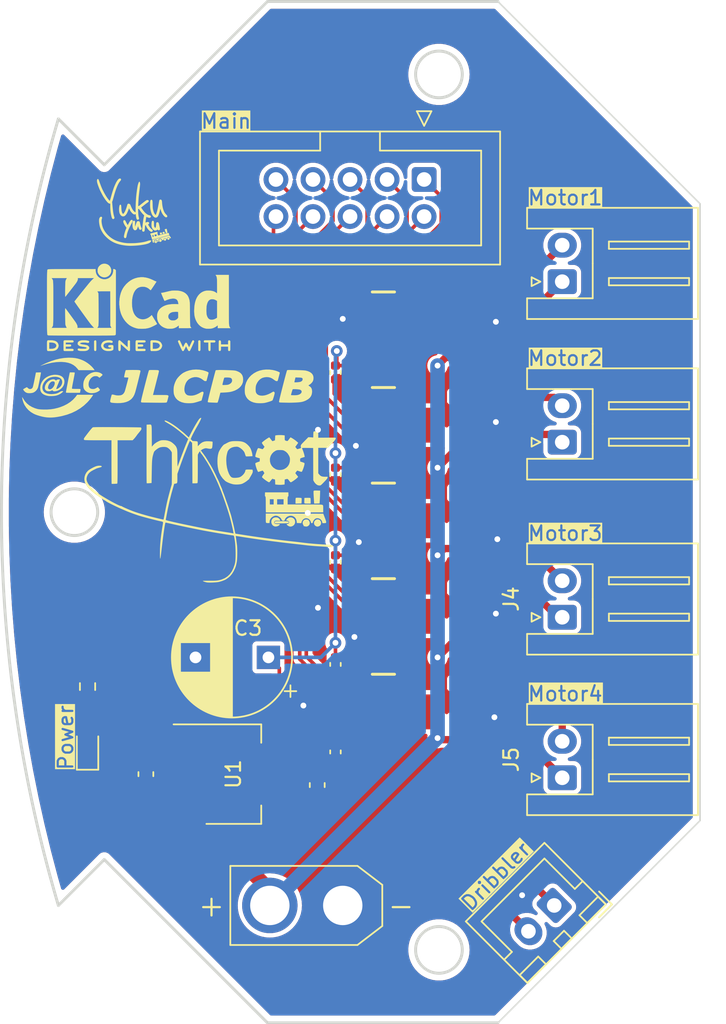
<source format=kicad_pcb>
(kicad_pcb (version 20240108) (generator "pcbnew") (generator_version "8.0")
  (layers (0 "F.Cu" signal) (31 "B.Cu" signal) (34 "B.Paste" user) (35 "F.Paste" user) (36 "B.SilkS" user "B.Silkscreen") (37 "F.SilkS" user "F.Silkscreen") (38 "B.Mask" user) (39 "F.Mask" user) (44 "Edge.Cuts" user))
  (net 0 "")
  (net 1 "GND")
  (net 2 "PWM1_1")
  (net 3 "PWM1_2")
  (net 4 "+3.3V")
  (net 5 "VCC")
  (net 6 "OUT1_1")
  (net 7 "OUT1_2")
  (net 9 "PWM2_1")
  (net 10 "PWM2_2")
  (net 11 "OUT2_1")
  (net 12 "OUT2_2")
  (net 14 "PWM3_1")
  (net 15 "PWM3_2")
  (net 16 "OUT3_1")
  (net 17 "OUT3_2")
  (net 19 "PWM4_1")
  (net 20 "PWM4_2")
  (net 21 "OUT4_1")
  (net 22 "OUT4_2")
  (net 24 "PWM5_1")
  (net 25 "PWM5_2")
  (net 26 "OUT5_1")
  (net 27 "OUT5_2")
  (net 29 "Net-(D1-A)")
  (footprint "Connector_AMASS:AMASS_XT30U-M_1x02_P5.0mm_Vertical" (layer "F.Cu") (at 155.5 127 180)
    (property "Reference" "J1" (hide yes))
    (property "Value" "PWR_IN")
    (fp_text user "-" (at -4 0 0) (layer "F.SilkS") (effects (font (size 1.5 1.5))))
    (fp_text user "+" (at 9 0 0) (layer "F.SilkS") (effects (font (size 1.5 1.5))))
    (pad "1" thru_hole rect (at 0 0 180) (size 3.8 3.8) (drill 2.7) (layers "*.Cu" "*.Mask") (net 1 "GND"))
    (pad "2" thru_hole circle (at 5 0 180) (size 3.8 3.8) (drill 2.7) (layers "*.Cu" "*.Mask") (net 5 "VCC"))
  )
  (footprint "Logo:Yukuyuku" (layer "F.Cu") (at 141 79)
    (property "Reference" "G***" (hide yes))
    (property "Value" "LOGO" (hide yes))
  )
  (footprint "SamacSys_Parts:SOIC127P600X175-9N" (layer "F.Cu") (at 161 107.185)
    (property "Reference" "IC4" (hide yes))
    (property "Value" "TB67H450FNG,EL" (hide yes))
    (pad "1" smd rect (at -2.712 -1.905 90) (size 0.65 1.525) (layers "F.Cu" "F.Paste" "F.Mask") (net 1 "GND"))
    (pad "2" smd rect (at -2.712 -0.635 90) (size 0.65 1.525) (layers "F.Cu" "F.Paste" "F.Mask") (net 19 "PWM4_1"))
    (pad "3" smd rect (at -2.712 0.635 90) (size 0.65 1.525) (layers "F.Cu" "F.Paste" "F.Mask") (net 20 "PWM4_2"))
    (pad "4" smd rect (at -2.712 1.905 90) (size 0.65 1.525) (layers "F.Cu" "F.Paste" "F.Mask") (net 4 "+3.3V"))
    (pad "5" smd rect (at 2.712 1.905 90) (size 0.65 1.525) (layers "F.Cu" "F.Paste" "F.Mask") (net 5 "VCC"))
    (pad "6" smd rect (at 2.712 0.635 90) (size 0.65 1.525) (layers "F.Cu" "F.Paste" "F.Mask") (net 21 "OUT4_1"))
    (pad "7" smd rect (at 2.712 -0.635 90) (size 0.65 1.525) (layers "F.Cu" "F.Paste" "F.Mask") (net 1 "GND"))
    (pad "8" smd rect (at 2.712 -1.905 90) (size 0.65 1.525) (layers "F.Cu" "F.Paste" "F.Mask") (net 22 "OUT4_2"))
    (pad "9" smd rect (at 0 0) (size 2.39 2.39) (layers "F.Cu" "F.Paste" "F.Mask"))
  )
  (footprint "Connector_JST:JST_XH_S2B-XH-A_1x02_P2.50mm_Horizontal" (layer "F.Cu") (at 170.55 118.25 90)
    (property "Reference" "J5" (at 1.25 -3.5 90) (layer "F.SilkS"))
    (property "Value" "Conn_01x02")
    (pad "1" thru_hole roundrect (at 0 0 90) (size 1.7 2) (drill 1) (layers "*.Cu" "*.Mask") (roundrect_rratio 0.147059) (net 21 "OUT4_1"))
    (pad "2" thru_hole oval (at 2.5 0 90) (size 1.7 2) (drill 1) (layers "*.Cu" "*.Mask") (net 22 "OUT4_2"))
  )
  (footprint "Capacitor_SMD:C_0402_1005Metric" (layer "F.Cu") (at 155 97.48 -90)
    (property "Reference" "C10" (hide yes))
    (property "Value" "0.1uF")
    (pad "1" smd roundrect (at -0.48 0 270) (size 0.56 0.62) (layers "F.Cu" "F.Paste" "F.Mask") (net 4 "+3.3V"))
    (pad "2" smd roundrect (at 0.48 0 270) (size 0.56 0.62) (layers "F.Cu" "F.Paste" "F.Mask") (net 1 "GND"))
  )
  (footprint "SamacSys_Parts:SOIC127P600X175-9N" (layer "F.Cu") (at 161 94.085)
    (property "Reference" "IC2" (hide yes))
    (property "Value" "TB67H450FNG,EL" (hide yes))
    (pad "1" smd rect (at -2.712 -1.905 90) (size 0.65 1.525) (layers "F.Cu" "F.Paste" "F.Mask") (net 1 "GND"))
    (pad "2" smd rect (at -2.712 -0.635 90) (size 0.65 1.525) (layers "F.Cu" "F.Paste" "F.Mask") (net 9 "PWM2_1"))
    (pad "3" smd rect (at -2.712 0.635 90) (size 0.65 1.525) (layers "F.Cu" "F.Paste" "F.Mask") (net 10 "PWM2_2"))
    (pad "4" smd rect (at -2.712 1.905 90) (size 0.65 1.525) (layers "F.Cu" "F.Paste" "F.Mask") (net 4 "+3.3V"))
    (pad "5" smd rect (at 2.712 1.905 90) (size 0.65 1.525) (layers "F.Cu" "F.Paste" "F.Mask") (net 5 "VCC"))
    (pad "6" smd rect (at 2.712 0.635 90) (size 0.65 1.525) (layers "F.Cu" "F.Paste" "F.Mask") (net 11 "OUT2_1"))
    (pad "7" smd rect (at 2.712 -0.635 90) (size 0.65 1.525) (layers "F.Cu" "F.Paste" "F.Mask") (net 1 "GND"))
    (pad "8" smd rect (at 2.712 -1.905 90) (size 0.65 1.525) (layers "F.Cu" "F.Paste" "F.Mask") (net 12 "OUT2_2"))
    (pad "9" smd rect (at 0 0) (size 2.39 2.39) (layers "F.Cu" "F.Paste" "F.Mask"))
  )
  (footprint "Capacitor_SMD:C_0402_1005Metric" (layer "F.Cu") (at 155 116.48 -90)
    (property "Reference" "C13" (hide yes))
    (property "Value" "0.1uF")
    (pad "1" smd roundrect (at -0.48 0 270) (size 0.56 0.62) (layers "F.Cu" "F.Paste" "F.Mask") (net 4 "+3.3V"))
    (pad "2" smd roundrect (at 0.48 0 270) (size 0.56 0.62) (layers "F.Cu" "F.Paste" "F.Mask") (net 1 "GND"))
  )
  (footprint "Capacitor_THT:CP_Radial_D8.0mm_P5.00mm" (layer "F.Cu") (at 150.402651 110 180)
    (property "Reference" "C3" (at 1.402651 2 0) (layer "F.SilkS"))
    (property "Value" "10uF")
    (pad "1" thru_hole rect (at 0 0 180) (size 1.6 1.6) (drill 0.8) (layers "*.Cu" "*.Mask") (net 4 "+3.3V"))
    (pad "2" thru_hole circle (at 5 0 180) (size 1.6 1.6) (drill 0.8) (layers "*.Cu" "*.Mask") (net 1 "GND"))
  )
  (footprint "LED_SMD:LED_0603_1608Metric" (layer "F.Cu") (at 138 116.2125 90)
    (property "Reference" "D1" (hide yes))
    (property "Value" "LED")
    (pad "1" smd roundrect (at -0.7875 0 90) (size 0.875 0.95) (layers "F.Cu" "F.Paste" "F.Mask") (net 1 "GND"))
    (pad "2" smd roundrect (at 0.7875 0 90) (size 0.875 0.95) (layers "F.Cu" "F.Paste" "F.Mask") (net 29 "Net-(D1-A)"))
  )
  (footprint "Symbol:KiCad-Logo2_5mm_SilkScreen" (layer "F.Cu") (at 141.5 86)
    (property "Reference" "REF**" (hide yes))
    (property "Value" "KiCad-Logo2_5mm_SilkScreen" (hide yes))
  )
  (footprint "Connector_JST:JST_XH_S2B-XH-A_1x02_P2.50mm_Horizontal" (layer "F.Cu") (at 170.55 84.25 90)
    (property "Reference" "J2" (hide yes))
    (property "Value" "Conn_01x02")
    (pad "1" thru_hole roundrect (at 0 0 90) (size 1.7 2) (drill 1) (layers "*.Cu" "*.Mask") (roundrect_rratio 0.147059) (net 6 "OUT1_1"))
    (pad "2" thru_hole oval (at 2.5 0 90) (size 1.7 2) (drill 1) (layers "*.Cu" "*.Mask") (net 7 "OUT1_2"))
  )
  (footprint "Capacitor_SMD:C_0402_1005Metric" (layer "F.Cu") (at 155 90.48 -90)
    (property "Reference" "C9" (hide yes))
    (property "Value" "0.1uF")
    (pad "1" smd roundrect (at -0.48 0 270) (size 0.56 0.62) (layers "F.Cu" "F.Paste" "F.Mask") (net 4 "+3.3V"))
    (pad "2" smd roundrect (at 0.48 0 270) (size 0.56 0.62) (layers "F.Cu" "F.Paste" "F.Mask") (net 1 "GND"))
  )
  (footprint "Connector_IDC:IDC-Header_2x05_P2.54mm_Vertical" (layer "F.Cu") (at 161.08 77.2475 -90)
    (property "Reference" "J7" (hide yes))
    (property "Value" "Conn_02x05_Counter_Clockwise")
    (pad "1" thru_hole roundrect (at 0 0 270) (size 1.7 1.7) (drill 1) (layers "*.Cu" "*.Mask") (roundrect_rratio 0.147059) (net 2 "PWM1_1"))
    (pad "2" thru_hole circle (at 2.54 0 270) (size 1.7 1.7) (drill 1) (layers "*.Cu" "*.Mask") (net 3 "PWM1_2"))
    (pad "3" thru_hole circle (at 0 2.54 270) (size 1.7 1.7) (drill 1) (layers "*.Cu" "*.Mask") (net 9 "PWM2_1"))
    (pad "4" thru_hole circle (at 2.54 2.54 270) (size 1.7 1.7) (drill 1) (layers "*.Cu" "*.Mask") (net 10 "PWM2_2"))
    (pad "5" thru_hole circle (at 0 5.08 270) (size 1.7 1.7) (drill 1) (layers "*.Cu" "*.Mask") (net 14 "PWM3_1"))
    (pad "6" thru_hole circle (at 2.54 5.08 270) (size 1.7 1.7) (drill 1) (layers "*.Cu" "*.Mask") (net 15 "PWM3_2"))
    (pad "7" thru_hole circle (at 0 7.62 270) (size 1.7 1.7) (drill 1) (layers "*.Cu" "*.Mask") (net 19 "PWM4_1"))
    (pad "8" thru_hole circle (at 2.54 7.62 270) (size 1.7 1.7) (drill 1) (layers "*.Cu" "*.Mask") (net 20 "PWM4_2"))
    (pad "9" thru_hole circle (at 0 10.16 270) (size 1.7 1.7) (drill 1) (layers "*.Cu" "*.Mask") (net 24 "PWM5_1"))
    (pad "10" thru_hole circle (at 2.54 10.16 270) (size 1.7 1.7) (drill 1) (layers "*.Cu" "*.Mask") (net 25 "PWM5_2"))
  )
  (footprint "Resistor_SMD:R_0603_1608Metric" (layer "F.Cu") (at 138 112 -90)
    (property "Reference" "R1" (hide yes))
    (property "Value" "10k")
    (pad "1" smd roundrect (at -0.825 0 270) (size 0.8 0.95) (layers "F.Cu" "F.Paste" "F.Mask") (net 4 "+3.3V"))
    (pad "2" smd roundrect (at 0.825 0 270) (size 0.8 0.95) (layers "F.Cu" "F.Paste" "F.Mask") (net 29 "Net-(D1-A)"))
  )
  (footprint "Capacitor_SMD:C_0603_1608Metric" (layer "F.Cu") (at 142 118 90)
    (property "Reference" "C1" (hide yes))
    (property "Value" "10uF")
    (pad "1" smd roundrect (at -0.775 0 90) (size 0.9 0.95) (layers "F.Cu" "F.Paste" "F.Mask") (net 5 "VCC"))
    (pad "2" smd roundrect (at 0.775 0 90) (size 0.9 0.95) (layers "F.Cu" "F.Paste" "F.Mask") (net 1 "GND"))
  )
  (footprint "Capacitor_SMD:C_0402_1005Metric" (layer "F.Cu") (at 155 103.48 -90)
    (property "Reference" "C11" (hide yes))
    (property "Value" "0.1uF")
    (pad "1" smd roundrect (at -0.48 0 270) (size 0.56 0.62) (layers "F.Cu" "F.Paste" "F.Mask") (net 4 "+3.3V"))
    (pad "2" smd roundrect (at 0.48 0 270) (size 0.56 0.62) (layers "F.Cu" "F.Paste" "F.Mask") (net 1 "GND"))
  )
  (footprint "Logo:Thrcot" (layer "F.Cu") (at 146.5 96)
    (property "Reference" "G***" (hide yes))
    (property "Value" "LOGO" (hide yes))
  )
  (footprint "Connector_JST:JST_XH_B2B-XH-A_1x02_P2.50mm_Vertical" (layer "F.Cu") (at 170 127 -135)
    (property "Reference" "J6" (hide yes))
    (property "Value" "Conn_01x02")
    (pad "1" thru_hole roundrect (at 0 0 225) (size 1.7 2) (drill 1) (layers "*.Cu" "*.Mask") (roundrect_rratio 0.147059) (net 27 "OUT5_2"))
    (pad "2" thru_hole oval (at 2.5 0 225) (size 1.7 2) (drill 1) (layers "*.Cu" "*.Mask") (net 26 "OUT5_1"))
  )
  (footprint "Capacitor_SMD:C_0402_1005Metric" (layer "F.Cu") (at 155 110.48 -90)
    (property "Reference" "C12" (hide yes))
    (property "Value" "0.1uF")
    (pad "1" smd roundrect (at -0.48 0 270) (size 0.56 0.62) (layers "F.Cu" "F.Paste" "F.Mask") (net 4 "+3.3V"))
    (pad "2" smd roundrect (at 0.48 0 270) (size 0.56 0.62) (layers "F.Cu" "F.Paste" "F.Mask") (net 1 "GND"))
  )
  (footprint "Logo:JLCPCB" (layer "F.Cu") (at 143.5 91.5)
    (property "Reference" "G***" (hide yes))
    (property "Value" "LOGO" (hide yes))
  )
  (footprint "Connector_JST:JST_XH_S2B-XH-A_1x02_P2.50mm_Horizontal" (layer "F.Cu") (at 170.55 107.25 90)
    (property "Reference" "J4" (at 1.25 -3.5 90) (layer "F.SilkS"))
    (property "Value" "Conn_01x02")
    (pad "1" thru_hole roundrect (at 0 0 90) (size 1.7 2) (drill 1) (layers "*.Cu" "*.Mask") (roundrect_rratio 0.147059) (net 16 "OUT3_1"))
    (pad "2" thru_hole oval (at 2.5 0 90) (size 1.7 2) (drill 1) (layers "*.Cu" "*.Mask") (net 17 "OUT3_2"))
  )
  (footprint "SamacSys_Parts:SOIC127P600X175-9N" (layer "F.Cu") (at 161 87.535)
    (property "Reference" "IC1" (hide yes))
    (property "Value" "TB67H450FNG,EL" (hide yes))
    (pad "1" smd rect (at -2.712 -1.905 90) (size 0.65 1.525) (layers "F.Cu" "F.Paste" "F.Mask") (net 1 "GND"))
    (pad "2" smd rect (at -2.712 -0.635 90) (size 0.65 1.525) (layers "F.Cu" "F.Paste" "F.Mask") (net 2 "PWM1_1"))
    (pad "3" smd rect (at -2.712 0.635 90) (size 0.65 1.525) (layers "F.Cu" "F.Paste" "F.Mask") (net 3 "PWM1_2"))
    (pad "4" smd rect (at -2.712 1.905 90) (size 0.65 1.525) (layers "F.Cu" "F.Paste" "F.Mask") (net 4 "+3.3V"))
    (pad "5" smd rect (at 2.712 1.905 90) (size 0.65 1.525) (layers "F.Cu" "F.Paste" "F.Mask") (net 5 "VCC"))
    (pad "6" smd rect (at 2.712 0.635 90) (size 0.65 1.525) (layers "F.Cu" "F.Paste" "F.Mask") (net 6 "OUT1_1"))
    (pad "7" smd rect (at 2.712 -0.635 90) (size 0.65 1.525) (layers "F.Cu" "F.Paste" "F.Mask") (net 1 "GND"))
    (pad "8" smd rect (at 2.712 -1.905 90) (size 0.65 1.525) (layers "F.Cu" "F.Paste" "F.Mask") (net 7 "OUT1_2"))
    (pad "9" smd rect (at 0 0) (size 2.39 2.39) (layers "F.Cu" "F.Paste" "F.Mask"))
  )
  (footprint "Connector_JST:JST_XH_S2B-XH-A_1x02_P2.50mm_Horizontal" (layer "F.Cu") (at 170.55 95.25 90)
    (property "Reference" "J3" (hide yes))
    (property "Value" "Conn_01x02")
    (pad "1" thru_hole roundrect (at 0 0 90) (size 1.7 2) (drill 1) (layers "*.Cu" "*.Mask") (roundrect_rratio 0.147059) (net 11 "OUT2_1"))
    (pad "2" thru_hole oval (at 2.5 0 90) (size 1.7 2) (drill 1) (layers "*.Cu" "*.Mask") (net 12 "OUT2_2"))
  )
  (footprint "Package_TO_SOT_SMD:SOT-223-3_TabPin2" (layer "F.Cu") (at 148 118)
    (property "Reference" "U1" (at 0 0 90) (layer "F.SilkS"))
    (property "Value" "AZ1117-3.3")
    (pad "1" smd rect (at -3.15 -2.3) (size 2 1.5) (layers "F.Cu" "F.Paste" "F.Mask") (net 1 "GND"))
    (pad "2" smd rect (at -3.15 0) (size 2 1.5) (layers "F.Cu" "F.Paste" "F.Mask") (net 4 "+3.3V"))
    (pad "2" smd rect (at 3.15 0) (size 2 3.8) (layers "F.Cu" "F.Paste" "F.Mask") (net 4 "+3.3V"))
    (pad "3" smd rect (at -3.15 2.3) (size 2 1.5) (layers "F.Cu" "F.Paste" "F.Mask") (net 5 "VCC"))
  )
  (footprint "SamacSys_Parts:SOIC127P600X175-9N" (layer "F.Cu") (at 161 113.735)
    (property "Reference" "IC5" (hide yes))
    (property "Value" "TB67H450FNG,EL" (hide yes))
    (pad "1" smd rect (at -2.712 -1.905 90) (size 0.65 1.525) (layers "F.Cu" "F.Paste" "F.Mask") (net 1 "GND"))
    (pad "2" smd rect (at -2.712 -0.635 90) (size 0.65 1.525) (layers "F.Cu" "F.Paste" "F.Mask") (net 24 "PWM5_1"))
    (pad "3" smd rect (at -2.712 0.635 90) (size 0.65 1.525) (layers "F.Cu" "F.Paste" "F.Mask") (net 25 "PWM5_2"))
    (pad "4" smd rect (at -2.712 1.905 90) (size 0.65 1.525) (layers "F.Cu" "F.Paste" "F.Mask") (net 4 "+3.3V"))
    (pad "5" smd rect (at 2.712 1.905 90) (size 0.65 1.525) (layers "F.Cu" "F.Paste" "F.Mask") (net 5 "VCC"))
    (pad "6" smd rect (at 2.712 0.635 90) (size 0.65 1.525) (layers "F.Cu" "F.Paste" "F.Mask") (net 26 "OUT5_1"))
    (pad "7" smd rect (at 2.712 -0.635 90) (size 0.65 1.525) (layers "F.Cu" "F.Paste" "F.Mask") (net 1 "GND"))
    (pad "8" smd rect (at 2.712 -1.905 90) (size 0.65 1.525) (layers "F.Cu" "F.Paste" "F.Mask") (net 27 "OUT5_2"))
    (pad "9" smd rect (at 0 0) (size 2.39 2.39) (layers "F.Cu" "F.Paste" "F.Mask"))
  )
  (footprint "SamacSys_Parts:SOIC127P600X175-9N" (layer "F.Cu") (at 161 100.635)
    (property "Reference" "IC3" (hide yes))
    (property "Value" "TB67H450FNG,EL" (hide yes))
    (pad "1" smd rect (at -2.712 -1.905 90) (size 0.65 1.525) (layers "F.Cu" "F.Paste" "F.Mask") (net 1 "GND"))
    (pad "2" smd rect (at -2.712 -0.635 90) (size 0.65 1.525) (layers "F.Cu" "F.Paste" "F.Mask") (net 14 "PWM3_1"))
    (pad "3" smd rect (at -2.712 0.635 90) (size 0.65 1.525) (layers "F.Cu" "F.Paste" "F.Mask") (net 15 "PWM3_2"))
    (pad "4" smd rect (at -2.712 1.905 90) (size 0.65 1.525) (layers "F.Cu" "F.Paste" "F.Mask") (net 4 "+3.3V"))
    (pad "5" smd rect (at 2.712 1.905 90) (size 0.65 1.525) (layers "F.Cu" "F.Paste" "F.Mask") (net 5 "VCC"))
    (pad "6" smd rect (at 2.712 0.635 90) (size 0.65 1.525) (layers "F.Cu" "F.Paste" "F.Mask") (net 16 "OUT3_1"))
    (pad "7" smd rect (at 2.712 -0.635 90) (size 0.65 1.525) (layers "F.Cu" "F.Paste" "F.Mask") (net 1 "GND"))
    (pad "8" smd rect (at 2.712 -1.905 90) (size 0.65 1.525) (layers "F.Cu" "F.Paste" "F.Mask") (net 17 "OUT3_2"))
    (pad "9" smd rect (at 0 0) (size 2.39 2.39) (layers "F.Cu" "F.Paste" "F.Mask"))
  )
  (footprint "Capacitor_SMD:C_0603_1608Metric" (layer "F.Cu") (at 153.75 118.75 -90)
    (property "Reference" "C2" (hide yes))
    (property "Value" "22uF")
    (pad "1" smd roundrect (at -0.775 0 270) (size 0.9 0.95) (layers "F.Cu" "F.Paste" "F.Mask") (net 4 "+3.3V"))
    (pad "2" smd roundrect (at 0.775 0 270) (size 0.9 0.95) (layers "F.Cu" "F.Paste" "F.Mask") (net 1 "GND"))
  )
  (gr_line (start 146.217353 69.167422) (end 139.146286 76.238489) (stroke (width 0.2)) (layer "Edge.Cuts"))
  (gr_arc (start 136 127) (mid 132.096034 100.046102) (end 136 73.092204) (stroke (width 0.2)) (layer "Edge.Cuts"))
  (gr_line (start 150.338673 65.046102) (end 146.217353 69.167422) (stroke (width 0.2)) (layer "Edge.Cuts"))
  (gr_line (start 166.137665 135.046102) (end 180 121.183767) (stroke (width 0.1)) (layer "Edge.Cuts"))
  (gr_line (start 139.146286 76.238489) (end 136 73.092204) (stroke (width 0.2)) (layer "Edge.Cuts"))
  (gr_circle (center 162.096033 70.046102) (end 163.696033 70.046102) (stroke (width 0.2)) (fill none) (layer "Edge.Cuts"))
  (gr_line (start 136 127) (end 139.146286 123.853715) (stroke (width 0.2)) (layer "Edge.Cuts"))
  (gr_line (start 166.137665 65.046102) (end 150.338673 65.046102) (stroke (width 0.2)) (layer "Edge.Cuts"))
  (gr_line (start 150.338673 135.046102) (end 166.137665 135.046102) (stroke (width 0.2)) (layer "Edge.Cuts"))
  (gr_circle (center 162.096033 130.046102) (end 163.696033 130.046102) (stroke (width 0.2)) (fill none) (layer "Edge.Cuts"))
  (gr_line (start 166.137665 65.046102) (end 180 78.908437) (stroke (width 0.1)) (layer "Edge.Cuts"))
  (gr_line (start 139.146286 123.853715) (end 146.217353 130.924782) (stroke (width 0.2)) (layer "Edge.Cuts"))
  (gr_circle (center 137.096033 100.046102) (end 138.696033 100.046102) (stroke (width 0.2)) (fill none) (layer "Edge.Cuts"))
  (gr_line (start 146.217353 130.924782) (end 150.338673 135.046102) (stroke (width 0.2)) (layer "Edge.Cuts"))
  (gr_line (start 180 121.183767) (end 180 78.908437) (stroke (width 0.1)) (layer "Edge.Cuts"))
  (gr_text "Motor4" (at 170.75 112.5 0) (layer "F.SilkS" knockout) (effects (font (size 1 1))))
  (gr_text "Main" (at 147.5 73.25 0) (layer "F.SilkS" knockout) (effects (font (size 1 1))))
  (gr_text "Dribbler" (at 166 125 45) (layer "F.SilkS" knockout) (effects (font (size 1 1))))
  (gr_text "Power" (at 136.5 115.5 90) (layer "F.SilkS" knockout) (effects (font (size 1 1))))
  (gr_text "Motor3" (at 170.75 101.5 0) (layer "F.SilkS" knockout) (effects (font (size 1 1))))
  (gr_text "Motor2" (at 170.75 89.5 0) (layer "F.SilkS" knockout) (effects (font (size 1 1))))
  (gr_text "Motor1" (at 170.75 78.5 0) (layer "F.SilkS" knockout) (effects (font (size 1 1))))
  (segment (start 157.068 90.96) (end 158.288 92.18) (width 0.25) (layer "F.Cu") (net 1))
  (segment (start 163.712 106.55) (end 165.55 106.55) (width 0.5) (layer "F.Cu") (net 1))
  (segment (start 137.2 110.751996) (end 137.2 116.2) (width 0.25) (layer "F.Cu") (net 1))
  (segment (start 164.897918 113.1) (end 165.898959 114.101041) (width 0.5) (layer "F.Cu") (net 1))
  (segment (start 162.0045 98.73) (end 163.2745 100) (width 0.25) (layer "F.Cu") (net 1))
  (segment (start 138 117) (end 141.775 117) (width 0.25) (layer "F.Cu") (net 1))
  (segment (start 163.405 93.45) (end 163.712 93.45) (width 0.25) (layer "F.Cu") (net 1))
  (segment (start 158.288 111.83) (end 162.135 111.83) (width 0.25) (layer "F.Cu") (net 1))
  (segment (start 163.405 106.55) (end 163.712 106.55) (width 0.25) (layer "F.Cu") (net 1))
  (segment (start 163.712 100) (end 164.202082 100) (width 0.5) (layer "F.Cu") (net 1))
  (segment (start 163.712 86.9) (end 165.9 86.9) (width 0.5) (layer "F.Cu") (net 1))
  (segment (start 165.55 106.55) (end 166 107) (width 0.5) (layer "F.Cu") (net 1))
  (segment (start 155 97.96) (end 157.518 97.96) (width 0.25) (layer "F.Cu") (net 1))
  (segment (start 155 110.96) (end 157.418 110.96) (width 0.25) (layer "F.Cu") (net 1))
  (segment (start 137.951996 110) (end 145.402651 110) (width 0.25) (layer "F.Cu") (net 1))
  (segment (start 137.2 116.2) (end 138 117) (width 0.25) (layer "F.Cu") (net 1))
  (segment (start 156.968 103.96) (end 158.288 105.28) (width 0.25) (layer "F.Cu") (net 1))
  (segment (start 155 118.275) (end 153.75 119.525) (width 0.25) (layer "F.Cu") (net 1))
  (segment (start 155 103.96) (end 156.968 103.96) (width 0.25) (layer "F.Cu") (net 1))
  (segment (start 157.418 110.96) (end 158.288 111.83) (width 0.25) (layer "F.Cu") (net 1))
  (segment (start 144.85 115.7) (end 143.325 117.225) (width 0.25) (layer "F.Cu") (net 1))
  (segment (start 162.135 85.63) (end 163.405 86.9) (width 0.25) (layer "F.Cu") (net 1))
  (segment (start 162.135 111.83) (end 163.405 113.1) (width 0.25) (layer "F.Cu") (net 1))
  (segment (start 163.2745 100) (end 163.712 100) (width 0.25) (layer "F.Cu") (net 1))
  (segment (start 162.135 92.18) (end 163.405 93.45) (width 0.25) (layer "F.Cu") (net 1))
  (segment (start 158.288 98.73) (end 162.0045 98.73) (width 0.25) (layer "F.Cu") (net 1))
  (segment (start 163.712 113.1) (end 164.897918 113.1) (width 0.5) (layer "F.Cu") (net 1))
  (segment (start 153.75 119.525) (end 153.75 125.25) (width 0.25) (layer "F.Cu") (net 1))
  (segment (start 141.775 117) (end 142 117.225) (width 0.25) (layer "F.Cu") (net 1))
  (segment (start 137.2 110.751996) (end 137.951996 110) (width 0.25) (layer "F.Cu") (net 1))
  (segment (start 155 116.96) (end 155 118.275) (width 0.25) (layer "F.Cu") (net 1))
  (segment (start 158.288 105.28) (end 162.135 105.28) (width 0.25) (layer "F.Cu") (net 1))
  (segment (start 143.325 117.225) (end 142 117.225) (width 0.25) (layer "F.Cu") (net 1))
  (segment (start 165.9 86.9) (end 166 87) (width 0.5) (layer "F.Cu") (net 1))
  (segment (start 164.202082 100) (end 166.101041 101.898959) (width 0.5) (layer "F.Cu") (net 1))
  (segment (start 157.8505 85.63) (end 158.288 85.63) (width 0.25) (layer "F.Cu") (net 1))
  (segment (start 153.75 125.25) (end 155.5 127) (width 0.25) (layer "F.Cu") (net 1))
  (segment (start 158.288 92.18) (end 162.135 92.18) (width 0.25) (layer "F.Cu") (net 1))
  (segment (start 158.288 85.63) (end 162.135 85.63) (width 0.25) (layer "F.Cu") (net 1))
  (segment (start 163.405 86.9) (end 163.712 86.9) (width 0.25) (layer "F.Cu") (net 1))
  (segment (start 155 90.96) (end 157.068 90.96) (width 0.25) (layer "F.Cu") (net 1))
  (segment (start 154.96 110.96) (end 155 110.96) (width 0.25) (layer "F.Cu") (net 1))
  (segment (start 162.135 105.28) (end 163.405 106.55) (width 0.25) (layer "F.Cu") (net 1))
  (segment (start 163.405 113.1) (end 163.712 113.1) (width 0.25) (layer "F.Cu") (net 1))
  (segment (start 157.518 97.96) (end 158.288 98.73) (width 0.25) (layer "F.Cu") (net 1))
  (segment (start 163.712 93.45) (end 165.58 93.45) (width 0.5) (layer "F.Cu") (net 1))
  (segment (start 165.58 93.45) (end 166 93.87) (width 0.5) (layer "F.Cu") (net 1))
  (via (at 166.101041 101.898959) (size 0.8) (drill 0.4) (layers "F.Cu" "B.Cu") (net 1))
  (via (at 153.8 106.6) (size 0.8) (drill 0.4) (layers "F.Cu" "B.Cu") (net 1))
  (via (at 152.8 113.3) (size 0.8) (drill 0.4) (layers "F.Cu" "B.Cu") (net 1))
  (via (at 156.6 102.1) (size 0.8) (drill 0.4) (layers "F.Cu" "B.Cu") (net 1))
  (via (at 153.1 100.1) (size 0.8) (drill 0.4) (layers "F.Cu" "B.Cu") (net 1))
  (via (at 167.8 126.3) (size 0.8) (drill 0.4) (layers "F.Cu" "B.Cu") (net 1))
  (via (at 156.3 108.6) (size 0.8) (drill 0.4) (layers "F.Cu" "B.Cu") (net 1))
  (via (at 155.5 86.8) (size 0.8) (drill 0.4) (layers "F.Cu" "B.Cu") (net 1))
  (via (at 153.8 94.4) (size 0.8) (drill 0.4) (layers "F.Cu" "B.Cu") (net 1))
  (via (at 166 107) (size 0.8) (drill 0.4) (layers "F.Cu" "B.Cu") (net 1))
  (via (at 166 87) (size 0.8) (drill 0.4) (layers "F.Cu" "B.Cu") (net 1))
  (via (at 165.898959 114.101041) (size 0.8) (drill 0.4) (layers "F.Cu" "B.Cu") (net 1))
  (via (at 166 93.87) (size 0.8) (drill 0.4) (layers "F.Cu" "B.Cu") (net 1))
  (via (at 156.4 95.5) (size 0.8) (drill 0.4) (layers "F.Cu" "B.Cu") (net 1))
  (segment (start 158 127) (end 166 119) (width 1) (layer "B.Cu") (net 1))
  (segment (start 155.5 127) (end 158 127) (width 1) (layer "B.Cu") (net 1))
  (segment (start 166 119) (end 166 107) (width 1) (layer "B.Cu") (net 1))
  (segment (start 145.402651 90.597349) (end 145.402651 108) (width 0.25) (layer "B.Cu") (net 1))
  (segment (start 163.833274 87) (end 160.833274 84) (width 0.25) (layer "B.Cu") (net 1))
  (segment (start 166 107) (end 166 87) (width 1) (layer "B.Cu") (net 1))
  (segment (start 160.833274 84) (end 152 84) (width 0.25) (layer "B.Cu") (net 1))
  (segment (start 152 84) (end 145.402651 90.597349) (width 0.25) (layer "B.Cu") (net 1))
  (segment (start 166 87) (end 163.833274 87) (width 0.25) (layer "B.Cu") (net 1))
  (segment (start 157.8505 86.9) (end 158.288 86.9) (width 0.25) (layer "F.Cu") (net 2))
  (segment (start 162.255 78.4225) (end 162.255 80.274201) (width 0.25) (layer "F.Cu") (net 2))
  (segment (start 157.2005 84.7995) (end 157.2005 86.25) (width 0.25) (layer "F.Cu") (net 2))
  (segment (start 159 83) (end 157.2005 84.7995) (width 0.25) (layer "F.Cu") (net 2))
  (segment (start 159.529201 83) (end 159 83) (width 0.25) (layer "F.Cu") (net 2))
  (segment (start 161.08 77.2475) (end 162.255 78.4225) (width 0.25) (layer "F.Cu") (net 2))
  (segment (start 162.255 80.274201) (end 159.529201 83) (width 0.25) (layer "F.Cu") (net 2))
  (segment (start 157.2005 86.25) (end 157.8505 86.9) (width 0.25) (layer "F.Cu") (net 2))
  (segment (start 156.7505 87.7505) (end 157.17 88.17) (width 0.25) (layer "F.Cu") (net 3))
  (segment (start 156.7505 84.117) (end 156.7505 87.7505) (width 0.25) (layer "F.Cu") (net 3))
  (segment (start 157.17 88.17) (end 158.288 88.17) (width 0.25) (layer "F.Cu") (net 3))
  (segment (start 161.08 79.7875) (end 156.7505 84.117) (width 0.25) (layer "F.Cu") (net 3))
  (segment (start 157.728 90) (end 158.288 89.44) (width 0.25) (layer "F.Cu") (net 4))
  (segment (start 157.828 103) (end 158.288 102.54) (width 0.25) (layer "F.Cu") (net 4))
  (segment (start 155 102) (end 155 103) (width 0.25) (layer "F.Cu") (net 4))
  (segment (start 155 90) (end 157.728 90) (width 0.25) (layer "F.Cu") (net 4))
  (segment (start 157.278 97) (end 158.288 95.99) (width 0.25) (layer "F.Cu") (net 4))
  (segment (start 155 97) (end 155 96) (width 0.25) (layer "F.Cu") (net 4))
  (segment (start 155 103) (end 157.828 103) (width 0.25) (layer "F.Cu") (net 4))
  (segment (start 157.378 110) (end 158.288 109.09) (width 0.25) (layer "F.Cu") (net 4))
  (segment (start 155.09 89.91) (end 155 90) (width 0.25) (layer "F.Cu") (net 4))
  (segment (start 155 116) (end 157.928 116) (width 0.25) (layer "F.Cu") (net 4))
  (segment (start 151.15 118) (end 151.15 110.747349) (width 0.25) (layer "F.Cu") (net 4))
  (segment (start 155 110) (end 157.378 110) (width 0.25) (layer "F.Cu") (net 4))
  (segment (start 151.15 110.747349) (end 150.402651 110) (width 0.25) (layer "F.Cu") (net 4))
  (segment (start 142.725 111.175) (end 146.175 114.625) (width 0.25) (layer "F.Cu") (net 4))
  (segment (start 153.15 116) (end 155 116) (width 0.25) (layer "F.Cu") (net 4))
  (segment (start 146.175 116.675) (end 144.85 118) (width 0.25) (layer "F.Cu") (net 4))
  (segment (start 151.15 118) (end 153.15 116) (width 0.25) (layer "F.Cu") (net 4))
  (segment (start 151.175 117.975) (end 151.15 118) (width 0.25) (layer "F.Cu") (net 4))
  (segment (start 157.928 116) (end 158.288 115.64) (width 0.25) (layer "F.Cu") (net 4))
  (segment (start 155.09 89) (end 155.09 89.91) (width 0.25) (layer "F.Cu") (net 4))
  (segment (start 153.75 117.975) (end 151.175 117.975) (width 0.25) (layer "F.Cu") (net 4))
  (segment (start 146.175 114.625) (end 146.175 116.675) (width 0.25) (layer "F.Cu") (net 4))
  (segment (start 144.85 118) (end 151.15 118) (width 0.25) (layer "F.Cu") (net 4))
  (segment (start 155 109) (end 155 110) (width 0.25) (layer "F.Cu") (net 4))
  (segment (start 155 97) (end 157.278 97) (width 0.25) (layer "F.Cu") (net 4))
  (segment (start 138 111.175) (end 142.725 111.175) (width 0.25) (layer "F.Cu") (net 4))
  (via (at 155 109) (size 0.8) (drill 0.4) (layers "F.Cu" "B.Cu") (net 4))
  (via (at 155.09 89) (size 0.8) (drill 0.4) (layers "F.Cu" "B.Cu") (net 4))
  (via (at 155 102) (size 0.8) (drill 0.4) (layers "F.Cu" "B.Cu") (net 4))
  (via (at 155 96) (size 0.8) (drill 0.4) (layers "F.Cu" "B.Cu") (net 4))
  (segment (start 155 97) (end 155 96) (width 0.25) (layer "B.Cu") (net 4))
  (segment (start 155 102) (end 155 97) (width 0.25) (layer "B.Cu") (net 4))
  (segment (start 150.402651 110) (end 154 110) (width 0.25) (layer "B.Cu") (net 4))
  (segment (start 155 89) (end 155.09 89) (width 0.25) (layer "B.Cu") (net 4))
  (segment (start 155 109) (end 155 102) (width 0.25) (layer "B.Cu") (net 4))
  (segment (start 154 110) (end 155 109) (width 0.25) (layer "B.Cu") (net 4))
  (segment (start 155 96) (end 155 89) (width 0.25) (layer "B.Cu") (net 4))
  (segment (start 162.46 102.54) (end 162 103) (width 0.5) (layer "F.Cu") (net 5))
  (segment (start 163.01 95.99) (end 162 97) (width 0.5) (layer "F.Cu") (net 5))
  (segment (start 144.85 120.3) (end 142.825 120.3) (width 0.25) (layer "F.Cu") (net 5))
  (segment (start 163.712 102.54) (end 162.46 102.54) (width 0.5) (layer "F.Cu") (net 5))
  (segment (start 162.91 109.09) (end 162 110) (width 0.5) (layer "F.Cu") (net 5))
  (segment (start 142 118.775) (end 142 119.475) (width 0.25) (layer "F.Cu") (net 5))
  (segment (start 162.56 89.44) (end 162 90) (width 0.5) (layer "F.Cu") (net 5))
  (segment (start 150.5 127) (end 150.5 125.95) (width 1) (layer "F.Cu") (net 5))
  (segment (start 142.825 120.3) (end 142 119.475) (width 0.25) (layer "F.Cu") (net 5))
  (segment (start 163.712 95.99) (end 163.01 95.99) (width 0.5) (layer "F.Cu") (net 5))
  (segment (start 162.109998 115.64) (end 162 115.530002) (width 0.5) (layer "F.Cu") (net 5))
  (segment (start 163.712 89.44) (end 162.56 89.44) (width 0.5) (layer "F.Cu") (net 5))
  (segment (start 150.5 125.95) (end 144.85 120.3) (width 1) (layer "F.Cu") (net 5))
  (segment (start 163.712 115.64) (end 162.109998 115.64) (width 0.5) (layer "F.Cu") (net 5))
  (segment (start 163.712 109.09) (end 162.91 109.09) (width 0.5) (layer "F.Cu") (net 5))
  (via (at 162 115.530002) (size 0.8) (drill 0.4) (layers "F.Cu" "B.Cu") (net 5))
  (via (at 162 103) (size 0.8) (drill 0.4) (layers "F.Cu" "B.Cu") (net 5))
  (via (at 162 97) (size 0.8) (drill 0.4) (layers "F.Cu" "B.Cu") (net 5))
  (via (at 162 110) (size 0.8) (drill 0.4) (layers "F.Cu" "B.Cu") (net 5))
  (via (at 162 90) (size 0.8) (drill 0.4) (layers "F.Cu" "B.Cu") (net 5))
  (segment (start 150.5 127) (end 162 115.5) (width 1) (layer "B.Cu") (net 5))
  (segment (start 162 115.5) (end 162 110) (width 1) (layer "B.Cu") (net 5))
  (segment (start 162 103) (end 162 97) (width 1) (layer "B.Cu") (net 5))
  (segment (start 162 97) (end 162 90) (width 1) (layer "B.Cu") (net 5))
  (segment (start 162 110) (end 162 103) (width 1) (layer "B.Cu") (net 5))
  (segment (start 166.63 88.17) (end 163.712 88.17) (width 0.5) (layer "F.Cu") (net 6))
  (segment (start 170.55 84.25) (end 166.63 88.17) (width 0.5) (layer "F.Cu") (net 6))
  (segment (start 163.712 85.63) (end 166.67 85.63) (width 0.5) (layer "F.Cu") (net 7))
  (segment (start 166.67 85.63) (end 170.55 81.75) (width 0.5) (layer "F.Cu") (net 7))
  (segment (start 155.6505 93.45) (end 158.288 93.45) (width 0.25) (layer "F.Cu") (net 9))
  (segment (start 154.365 92.1645) (end 155.6505 93.45) (width 0.25) (layer "F.Cu") (net 9))
  (segment (start 159.905 80.326105) (end 154.365 85.866105) (width 0.25) (layer "F.Cu") (net 9))
  (segment (start 154.365 85.866105) (end 154.365 92.1645) (width 0.25) (layer "F.Cu") (net 9))
  (segment (start 158.54 77.2475) (end 159.905 78.6125) (width 0.25) (layer "F.Cu") (net 9))
  (segment (start 159.905 78.6125) (end 159.905 80.326105) (width 0.25) (layer "F.Cu") (net 9))
  (segment (start 153.915 84.4125) (end 153.915 92.7145) (width 0.25) (layer "F.Cu") (net 10))
  (segment (start 153.915 92.7145) (end 155.9205 94.72) (width 0.25) (layer "F.Cu") (net 10))
  (segment (start 155.9205 94.72) (end 158.288 94.72) (width 0.25) (layer "F.Cu") (net 10))
  (segment (start 158.54 79.7875) (end 153.915 84.4125) (width 0.25) (layer "F.Cu") (net 10))
  (segment (start 163.712 94.72) (end 170.02 94.72) (width 0.5) (layer "F.Cu") (net 11))
  (segment (start 170.02 94.72) (end 170.55 95.25) (width 0.5) (layer "F.Cu") (net 11))
  (segment (start 169.98 92.18) (end 170.55 92.75) (width 0.5) (layer "F.Cu") (net 12))
  (segment (start 163.712 92.18) (end 169.98 92.18) (width 0.5) (layer "F.Cu") (net 12))
  (segment (start 156 77.2475) (end 157.175 78.4225) (width 0.25) (layer "F.Cu") (net 14))
  (segment (start 153 84.691104) (end 153 96.93149) (width 0.25) (layer "F.Cu") (net 14))
  (segment (start 157.175 78.4225) (end 157.175 80.516104) (width 0.25) (layer "F.Cu") (net 14))
  (segment (start 153 96.93149) (end 156.06851 100) (width 0.25) (layer "F.Cu") (net 14))
  (segment (start 157.175 80.516104) (end 153 84.691104) (width 0.25) (layer "F.Cu") (net 14))
  (segment (start 156.06851 100) (end 158.288 100) (width 0.25) (layer "F.Cu") (net 14))
  (segment (start 156.702114 101.27) (end 158.288 101.27) (width 0.25) (layer "F.Cu") (net 15))
  (segment (start 152.55 83.2375) (end 152.55 97.117886) (width 0.25) (layer "F.Cu") (net 15))
  (segment (start 152.55 97.117886) (end 156.702114 101.27) (width 0.25) (layer "F.Cu") (net 15))
  (segment (start 156 79.7875) (end 152.55 83.2375) (width 0.25) (layer "F.Cu") (net 15))
  (segment (start 170.25 107.25) (end 170.55 107.25) (width 0.5) (layer "F.Cu") (net 16))
  (segment (start 163.712 101.27) (end 164.27 101.27) (width 0.5) (layer "F.Cu") (net 16))
  (segment (start 164.27 101.27) (end 170.25 107.25) (width 0.5) (layer "F.Cu") (net 16))
  (segment (start 164.53 98.73) (end 170.55 104.75) (width 0.5) (layer "F.Cu") (net 17))
  (segment (start 163.712 98.73) (end 164.53 98.73) (width 0.5) (layer "F.Cu") (net 17))
  (segment (start 152.1 82.809201) (end 152.1 102.1) (width 0.25) (layer "F.Cu") (net 19))
  (segment (start 154.825 78.6125) (end 154.825 80.084201) (width 0.25) (layer "F.Cu") (net 19))
  (segment (start 156.55 106.55) (end 158.288 106.55) (width 0.25) (layer "F.Cu") (net 19))
  (segment (start 153.46 77.2475) (end 154.825 78.6125) (width 0.25) (layer "F.Cu") (net 19))
  (segment (start 152.1 102.1) (end 156.55 106.55) (width 0.25) (layer "F.Cu") (net 19))
  (segment (start 154.825 80.084201) (end 152.1 82.809201) (width 0.25) (layer "F.Cu") (net 19))
  (segment (start 158.288 107.82) (end 157.183604 107.82) (width 0.25) (layer "F.Cu") (net 20))
  (segment (start 151.65 81.5975) (end 153.46 79.7875) (width 0.25) (layer "F.Cu") (net 20))
  (segment (start 157.183604 107.82) (end 151.65 102.286396) (width 0.25) (layer "F.Cu") (net 20))
  (segment (start 151.65 102.286396) (end 151.65 81.5975) (width 0.25) (layer "F.Cu") (net 20))
  (segment (start 168 115.7) (end 170.55 118.25) (width 0.5) (layer "F.Cu") (net 21))
  (segment (start 164.9745 107.82) (end 168 110.8455) (width 0.5) (layer "F.Cu") (net 21))
  (segment (start 168 110.8455) (end 168 115.7) (width 0.5) (layer "F.Cu") (net 21))
  (segment (start 163.712 107.82) (end 164.9745 107.82) (width 0.5) (layer "F.Cu") (net 21))
  (segment (start 170.55 110.347918) (end 170.55 115.75) (width 0.5) (layer "F.Cu") (net 22))
  (segment (start 165.482082 105.28) (end 170.55 110.347918) (width 0.5) (layer "F.Cu") (net 22))
  (segment (start 163.712 105.28) (end 165.482082 105.28) (width 0.5) (layer "F.Cu") (net 22))
  (segment (start 156.16851 113.1) (end 158.288 113.1) (width 0.25) (layer "F.Cu") (net 24))
  (segment (start 152.285 78.6125) (end 152.285 80.284999) (width 0.25) (layer "F.Cu") (net 24))
  (segment (start 152.285 80.284999) (end 151.2 81.369999) (width 0.25) (layer "F.Cu") (net 24))
  (segment (start 150.92 77.2475) (end 152.285 78.6125) (width 0.25) (layer "F.Cu") (net 24))
  (segment (start 153 109.93149) (end 156.16851 113.1) (width 0.25) (layer "F.Cu") (net 24))
  (segment (start 151.2 103.2) (end 153 105) (width 0.25) (layer "F.Cu") (net 24))
  (segment (start 151.2 81.369999) (end 151.2 103.2) (width 0.25) (layer "F.Cu") (net 24))
  (segment (start 153 105) (end 153 109.93149) (width 0.25) (layer "F.Cu") (net 24))
  (segment (start 150.75 79.9575) (end 150.92 79.7875) (width 0.25) (layer "F.Cu") (net 25))
  (segment (start 152.55 105.186396) (end 150.75 103.386396) (width 0.25) (layer "F.Cu") (net 25))
  (segment (start 150.75 103.386396) (end 150.75 79.9575) (width 0.25) (layer "F.Cu") (net 25))
  (segment (start 152.55 110.117886) (end 152.55 105.186396) (width 0.25) (layer "F.Cu") (net 25))
  (segment (start 156.802114 114.37) (end 152.55 110.117886) (width 0.25) (layer "F.Cu") (net 25))
  (segment (start 158.288 114.37) (end 156.802114 114.37) (width 0.25) (layer "F.Cu") (net 25))
  (segment (start 164.37 114.37) (end 166.3 116.3) (width 0.5) (layer "F.Cu") (net 26))
  (segment (start 166.3 116.3) (end 166.3 126.835534) (width 0.5) (layer "F.Cu") (net 26))
  (segment (start 166.3 126.835534) (end 168.232233 128.767767) (width 0.5) (layer "F.Cu") (net 26))
  (segment (start 163.712 114.37) (end 164.37 114.37) (width 0.5) (layer "F.Cu") (net 26))
  (segment (start 170 127) (end 167 124) (width 0.5) (layer "F.Cu") (net 27))
  (segment (start 167 114) (end 164.83 111.83) (width 0.5) (layer "F.Cu") (net 27))
  (segment (start 164.83 111.83) (end 163.712 111.83) (width 0.5) (layer "F.Cu") (net 27))
  (segment (start 167 124) (end 167 114) (width 0.5) (layer "F.Cu") (net 27))
  (segment (start 138 112.825) (end 138 115.425) (width 0.25) (layer "F.Cu") (net 29))
  (zone (net 1) (net_name "GND") (layers "F&B.Cu") (connect_pads yes (clearance 0.3)) (min_thickness 0.25) (fill yes (thermal_gap 0.5) (thermal_bridge_width 0.5))
    (polygon (pts (xy 132 135) (xy 180 135) (xy 180 65) (xy 132 65)))
  )
)
</source>
